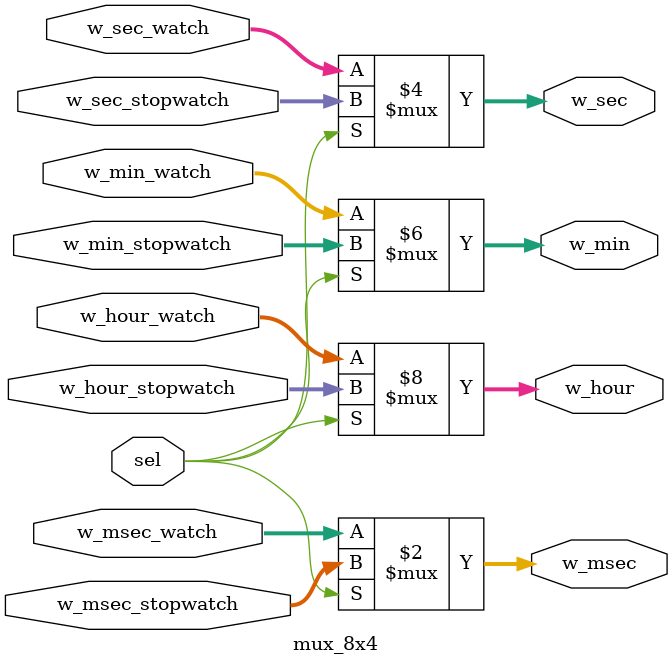
<source format=v>
`timescale 1ns / 1ps

module Top_watch (
    input        clk,
    input        rst,
    input  [2:0] sw_data,
    input  [2:0] uart_stopwatch_flag,
    input  [3:0] btn_stopwatch,
    input  [3:0] btn_watch_setting,
    output [3:0] fnd_com,
    output [7:0] fnd_data
);

    wire [2:0] w_pos_sel;

    wire [6:0] w_msec;
    wire [5:0] w_sec, w_min;
    wire [4:0] w_hour;

    wire [6:0] w_msec_watch;
    wire [5:0] w_sec_watch, w_min_watch;
    wire [4:0] w_hour_watch;

    wire [6:0] w_msec_stopwatch;
    wire [5:0] w_sec_stopwatch, w_min_stopwatch;
    wire [4:0] w_hour_stopwatch;

    stopwatch U_STOPWATCH (
        .btn(btn_stopwatch),
        .i_uart_flag(uart_stopwatch_flag),
        .clk(clk),
        .rst(rst),
        .msec(w_msec_stopwatch),
        .sec(w_sec_stopwatch),
        .min(w_min_stopwatch),
        .hour(w_hour_stopwatch)
    );

    watch U_WATCH (
        .btn(btn_watch_setting),
        .clk(clk),
        .rst(rst),
        .stop(sw_data[1]),
        .blink_disable(sw_data[2]),
        .pos_sel(w_pos_sel),
        .msec(w_msec_watch),
        .sec(w_sec_watch),
        .min(w_min_watch),
        .hour(w_hour_watch)
    );

    mux_8x4 U_Mux_8x4 (
        .w_msec_watch(w_msec_watch),
        .w_sec_watch(w_sec_watch),
        .w_min_watch(w_min_watch),
        .w_hour_watch(w_hour_watch),
        .w_msec_stopwatch(w_msec_stopwatch),
        .w_sec_stopwatch(w_sec_stopwatch),
        .w_min_stopwatch(w_min_stopwatch),
        .w_hour_stopwatch(w_hour_stopwatch),
        .sel(sw_data[2]),
        .w_msec(w_msec),
        .w_sec(w_sec),
        .w_min(w_min),
        .w_hour(w_hour)
    );

    watch_fnd_controller U_WATCH_FND_CNTL (
        .clk(clk),
        .rst(rst),
        .sw_sel(sw_data[0]),
        .pos_sel(w_pos_sel),
        .msec(w_msec),
        .sec(w_sec),
        .min(w_min),
        .hour(w_hour),
        .fnd_data(fnd_data),
        .fnd_com(fnd_com)
    );

endmodule

module mux_8x4 (
    input  [6:0] w_msec_watch,
    input  [5:0] w_sec_watch,
    input  [5:0] w_min_watch,
    input  [4:0] w_hour_watch,
    input  [6:0] w_msec_stopwatch,
    input  [5:0] w_sec_stopwatch,
    input  [5:0] w_min_stopwatch,
    input  [4:0] w_hour_stopwatch,
    input        sel,
    output [6:0] w_msec,
    output [5:0] w_sec,
    output [5:0] w_min,
    output [4:0] w_hour
);

    assign w_msec = (sel == 0) ? w_msec_watch : w_msec_stopwatch;
    assign w_sec  = (sel == 0) ? w_sec_watch : w_sec_stopwatch;
    assign w_min  = (sel == 0) ? w_min_watch : w_min_stopwatch;
    assign w_hour = (sel == 0) ? w_hour_watch : w_hour_stopwatch;

endmodule

</source>
